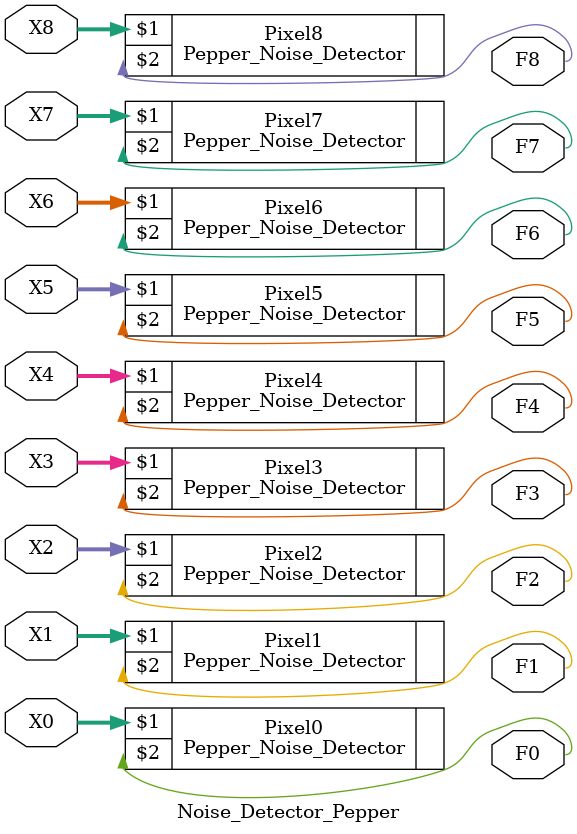
<source format=v>
module Noise_Detector_Pepper (X0,X1,X2,X3,X4,X5,X6,X7,X8,F0,F1,F2,F3,F4,F5,F6,F7,F8);
  input [7:0]X0,X1,X2,X3,X4,X5,X6,X7,X8;
  output F0,F1,F2,F3,F4,F5,F6,F7,F8;  
  
  Pepper_Noise_Detector Pixel0 (X0,F0);

  Pepper_Noise_Detector Pixel1 (X1,F1);
    
  Pepper_Noise_Detector Pixel2 (X2,F2);
  
  Pepper_Noise_Detector Pixel3 (X3,F3);
   
  Pepper_Noise_Detector Pixel4 (X4,F4);
  
  Pepper_Noise_Detector Pixel5 (X5,F5);
   
  Pepper_Noise_Detector Pixel6 (X6,F6);

  Pepper_Noise_Detector Pixel7 (X7,F7);
    
  Pepper_Noise_Detector Pixel8 (X8,F8);
    

endmodule

</source>
